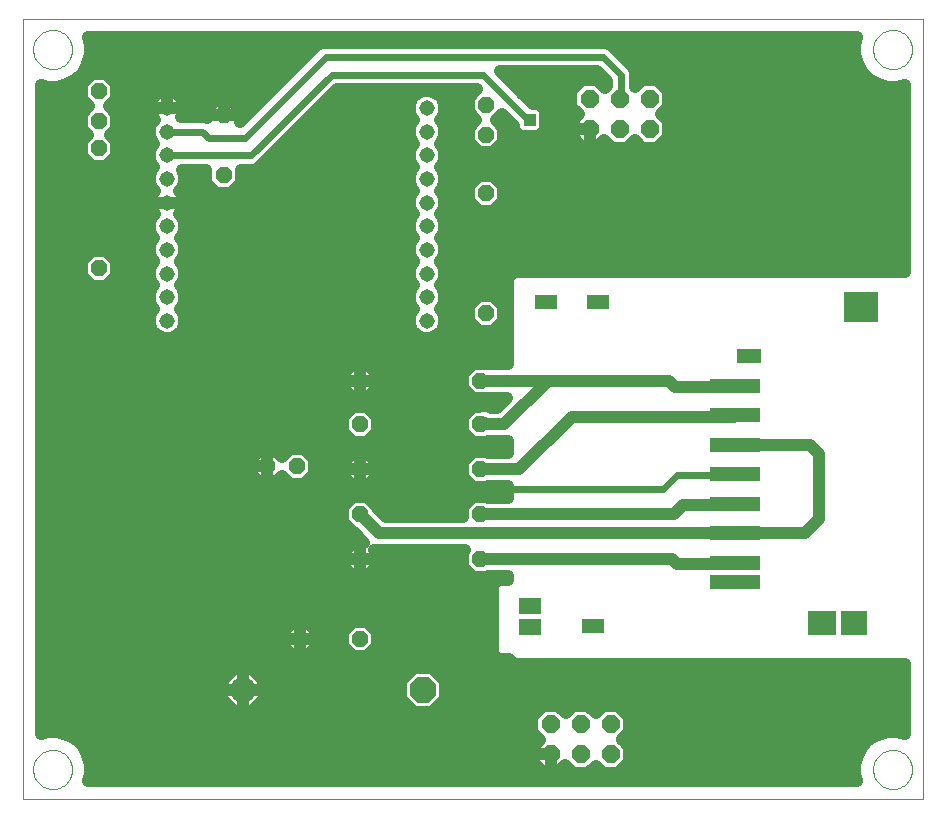
<source format=gtl>
G75*
G70*
%OFA0B0*%
%FSLAX24Y24*%
%IPPOS*%
%LPD*%
%AMOC8*
5,1,8,0,0,1.08239X$1,22.5*
%
%ADD10C,0.0000*%
%ADD11OC8,0.0600*%
%ADD12C,0.0515*%
%ADD13R,0.0866X0.0827*%
%ADD14R,0.0945X0.0827*%
%ADD15R,0.1142X0.1024*%
%ADD16R,0.0748X0.0512*%
%ADD17R,0.0768X0.0551*%
%ADD18R,0.1693X0.0472*%
%ADD19R,0.0787X0.0472*%
%ADD20OC8,0.0520*%
%ADD21C,0.0850*%
%ADD22OC8,0.0850*%
%ADD23C,0.0240*%
%ADD24C,0.0400*%
%ADD25R,0.0396X0.0396*%
D10*
X000302Y000302D02*
X000302Y026302D01*
X030302Y026302D01*
X030302Y000302D01*
X000302Y000302D01*
X000652Y001302D02*
X000654Y001352D01*
X000660Y001402D01*
X000670Y001452D01*
X000683Y001500D01*
X000700Y001548D01*
X000721Y001594D01*
X000745Y001638D01*
X000773Y001680D01*
X000804Y001720D01*
X000838Y001757D01*
X000875Y001792D01*
X000914Y001823D01*
X000955Y001852D01*
X000999Y001877D01*
X001045Y001899D01*
X001092Y001917D01*
X001140Y001931D01*
X001189Y001942D01*
X001239Y001949D01*
X001289Y001952D01*
X001340Y001951D01*
X001390Y001946D01*
X001440Y001937D01*
X001488Y001925D01*
X001536Y001908D01*
X001582Y001888D01*
X001627Y001865D01*
X001670Y001838D01*
X001710Y001808D01*
X001748Y001775D01*
X001783Y001739D01*
X001816Y001700D01*
X001845Y001659D01*
X001871Y001616D01*
X001894Y001571D01*
X001913Y001524D01*
X001928Y001476D01*
X001940Y001427D01*
X001948Y001377D01*
X001952Y001327D01*
X001952Y001277D01*
X001948Y001227D01*
X001940Y001177D01*
X001928Y001128D01*
X001913Y001080D01*
X001894Y001033D01*
X001871Y000988D01*
X001845Y000945D01*
X001816Y000904D01*
X001783Y000865D01*
X001748Y000829D01*
X001710Y000796D01*
X001670Y000766D01*
X001627Y000739D01*
X001582Y000716D01*
X001536Y000696D01*
X001488Y000679D01*
X001440Y000667D01*
X001390Y000658D01*
X001340Y000653D01*
X001289Y000652D01*
X001239Y000655D01*
X001189Y000662D01*
X001140Y000673D01*
X001092Y000687D01*
X001045Y000705D01*
X000999Y000727D01*
X000955Y000752D01*
X000914Y000781D01*
X000875Y000812D01*
X000838Y000847D01*
X000804Y000884D01*
X000773Y000924D01*
X000745Y000966D01*
X000721Y001010D01*
X000700Y001056D01*
X000683Y001104D01*
X000670Y001152D01*
X000660Y001202D01*
X000654Y001252D01*
X000652Y001302D01*
X028652Y001302D02*
X028654Y001352D01*
X028660Y001402D01*
X028670Y001452D01*
X028683Y001500D01*
X028700Y001548D01*
X028721Y001594D01*
X028745Y001638D01*
X028773Y001680D01*
X028804Y001720D01*
X028838Y001757D01*
X028875Y001792D01*
X028914Y001823D01*
X028955Y001852D01*
X028999Y001877D01*
X029045Y001899D01*
X029092Y001917D01*
X029140Y001931D01*
X029189Y001942D01*
X029239Y001949D01*
X029289Y001952D01*
X029340Y001951D01*
X029390Y001946D01*
X029440Y001937D01*
X029488Y001925D01*
X029536Y001908D01*
X029582Y001888D01*
X029627Y001865D01*
X029670Y001838D01*
X029710Y001808D01*
X029748Y001775D01*
X029783Y001739D01*
X029816Y001700D01*
X029845Y001659D01*
X029871Y001616D01*
X029894Y001571D01*
X029913Y001524D01*
X029928Y001476D01*
X029940Y001427D01*
X029948Y001377D01*
X029952Y001327D01*
X029952Y001277D01*
X029948Y001227D01*
X029940Y001177D01*
X029928Y001128D01*
X029913Y001080D01*
X029894Y001033D01*
X029871Y000988D01*
X029845Y000945D01*
X029816Y000904D01*
X029783Y000865D01*
X029748Y000829D01*
X029710Y000796D01*
X029670Y000766D01*
X029627Y000739D01*
X029582Y000716D01*
X029536Y000696D01*
X029488Y000679D01*
X029440Y000667D01*
X029390Y000658D01*
X029340Y000653D01*
X029289Y000652D01*
X029239Y000655D01*
X029189Y000662D01*
X029140Y000673D01*
X029092Y000687D01*
X029045Y000705D01*
X028999Y000727D01*
X028955Y000752D01*
X028914Y000781D01*
X028875Y000812D01*
X028838Y000847D01*
X028804Y000884D01*
X028773Y000924D01*
X028745Y000966D01*
X028721Y001010D01*
X028700Y001056D01*
X028683Y001104D01*
X028670Y001152D01*
X028660Y001202D01*
X028654Y001252D01*
X028652Y001302D01*
X028652Y025302D02*
X028654Y025352D01*
X028660Y025402D01*
X028670Y025452D01*
X028683Y025500D01*
X028700Y025548D01*
X028721Y025594D01*
X028745Y025638D01*
X028773Y025680D01*
X028804Y025720D01*
X028838Y025757D01*
X028875Y025792D01*
X028914Y025823D01*
X028955Y025852D01*
X028999Y025877D01*
X029045Y025899D01*
X029092Y025917D01*
X029140Y025931D01*
X029189Y025942D01*
X029239Y025949D01*
X029289Y025952D01*
X029340Y025951D01*
X029390Y025946D01*
X029440Y025937D01*
X029488Y025925D01*
X029536Y025908D01*
X029582Y025888D01*
X029627Y025865D01*
X029670Y025838D01*
X029710Y025808D01*
X029748Y025775D01*
X029783Y025739D01*
X029816Y025700D01*
X029845Y025659D01*
X029871Y025616D01*
X029894Y025571D01*
X029913Y025524D01*
X029928Y025476D01*
X029940Y025427D01*
X029948Y025377D01*
X029952Y025327D01*
X029952Y025277D01*
X029948Y025227D01*
X029940Y025177D01*
X029928Y025128D01*
X029913Y025080D01*
X029894Y025033D01*
X029871Y024988D01*
X029845Y024945D01*
X029816Y024904D01*
X029783Y024865D01*
X029748Y024829D01*
X029710Y024796D01*
X029670Y024766D01*
X029627Y024739D01*
X029582Y024716D01*
X029536Y024696D01*
X029488Y024679D01*
X029440Y024667D01*
X029390Y024658D01*
X029340Y024653D01*
X029289Y024652D01*
X029239Y024655D01*
X029189Y024662D01*
X029140Y024673D01*
X029092Y024687D01*
X029045Y024705D01*
X028999Y024727D01*
X028955Y024752D01*
X028914Y024781D01*
X028875Y024812D01*
X028838Y024847D01*
X028804Y024884D01*
X028773Y024924D01*
X028745Y024966D01*
X028721Y025010D01*
X028700Y025056D01*
X028683Y025104D01*
X028670Y025152D01*
X028660Y025202D01*
X028654Y025252D01*
X028652Y025302D01*
X000652Y025302D02*
X000654Y025352D01*
X000660Y025402D01*
X000670Y025452D01*
X000683Y025500D01*
X000700Y025548D01*
X000721Y025594D01*
X000745Y025638D01*
X000773Y025680D01*
X000804Y025720D01*
X000838Y025757D01*
X000875Y025792D01*
X000914Y025823D01*
X000955Y025852D01*
X000999Y025877D01*
X001045Y025899D01*
X001092Y025917D01*
X001140Y025931D01*
X001189Y025942D01*
X001239Y025949D01*
X001289Y025952D01*
X001340Y025951D01*
X001390Y025946D01*
X001440Y025937D01*
X001488Y025925D01*
X001536Y025908D01*
X001582Y025888D01*
X001627Y025865D01*
X001670Y025838D01*
X001710Y025808D01*
X001748Y025775D01*
X001783Y025739D01*
X001816Y025700D01*
X001845Y025659D01*
X001871Y025616D01*
X001894Y025571D01*
X001913Y025524D01*
X001928Y025476D01*
X001940Y025427D01*
X001948Y025377D01*
X001952Y025327D01*
X001952Y025277D01*
X001948Y025227D01*
X001940Y025177D01*
X001928Y025128D01*
X001913Y025080D01*
X001894Y025033D01*
X001871Y024988D01*
X001845Y024945D01*
X001816Y024904D01*
X001783Y024865D01*
X001748Y024829D01*
X001710Y024796D01*
X001670Y024766D01*
X001627Y024739D01*
X001582Y024716D01*
X001536Y024696D01*
X001488Y024679D01*
X001440Y024667D01*
X001390Y024658D01*
X001340Y024653D01*
X001289Y024652D01*
X001239Y024655D01*
X001189Y024662D01*
X001140Y024673D01*
X001092Y024687D01*
X001045Y024705D01*
X000999Y024727D01*
X000955Y024752D01*
X000914Y024781D01*
X000875Y024812D01*
X000838Y024847D01*
X000804Y024884D01*
X000773Y024924D01*
X000745Y024966D01*
X000721Y025010D01*
X000700Y025056D01*
X000683Y025104D01*
X000670Y025152D01*
X000660Y025202D01*
X000654Y025252D01*
X000652Y025302D01*
D11*
X019202Y023652D03*
X019202Y022652D03*
X020202Y022652D03*
X020202Y023652D03*
X021202Y023652D03*
X021202Y022652D03*
X019902Y002802D03*
X018902Y002802D03*
X017902Y002802D03*
X017902Y001802D03*
X018902Y001802D03*
X019902Y001802D03*
D12*
X013783Y016259D03*
X013783Y017046D03*
X013783Y017834D03*
X013783Y018621D03*
X013783Y019409D03*
X013783Y020196D03*
X013783Y020983D03*
X013783Y021771D03*
X013783Y022558D03*
X013783Y023346D03*
X005122Y023346D03*
X005122Y022558D03*
X005122Y021771D03*
X005122Y020983D03*
X005122Y020196D03*
X005122Y019409D03*
X005122Y018621D03*
X005122Y017834D03*
X005122Y017046D03*
X005122Y016259D03*
D13*
X028022Y006177D03*
D14*
X026940Y006177D03*
D15*
X028259Y016728D03*
D16*
X019479Y016885D03*
X017767Y016885D03*
X019302Y006098D03*
D17*
X017215Y006059D03*
X017215Y006767D03*
D18*
X024056Y007545D03*
X024056Y008185D03*
X024056Y009169D03*
X024056Y010153D03*
X024056Y011137D03*
X024056Y012122D03*
X024056Y013106D03*
X024056Y014090D03*
D19*
X024509Y015074D03*
D20*
X015752Y016502D03*
X015552Y014252D03*
X015552Y012802D03*
X015552Y011302D03*
X015552Y009802D03*
X015552Y008302D03*
X011552Y008302D03*
X011552Y009802D03*
X011552Y011302D03*
X011552Y012802D03*
X011552Y014252D03*
X009452Y011402D03*
X008452Y011402D03*
X009552Y005652D03*
X011552Y005652D03*
X002852Y018002D03*
X007002Y021102D03*
X007002Y023102D03*
X002852Y022902D03*
X002852Y023902D03*
X002852Y022002D03*
X015752Y022452D03*
X015752Y023452D03*
X015752Y020502D03*
D21*
X007652Y003952D03*
D22*
X013652Y003952D03*
D23*
X014452Y010652D02*
X021652Y010652D01*
X022102Y011102D01*
X024021Y011102D01*
X024056Y011137D01*
X014452Y010652D02*
X013802Y011302D01*
X011552Y011302D01*
X007927Y021777D02*
X005122Y021771D01*
X005122Y022558D02*
X006296Y022558D01*
X006502Y022352D01*
X007702Y022352D01*
X010402Y025052D01*
X019652Y025052D01*
X020252Y024452D01*
X020252Y023702D01*
X020202Y023652D01*
X017202Y022952D02*
X017152Y022952D01*
X015652Y024452D01*
X010602Y024452D01*
X007927Y021777D01*
D24*
X007923Y021297D02*
X007582Y021297D01*
X007582Y020862D01*
X007243Y020522D01*
X006762Y020522D01*
X006422Y020862D01*
X006422Y021294D01*
X005619Y021292D01*
X005699Y021098D01*
X005699Y020869D01*
X005611Y020656D01*
X005530Y020576D01*
X005547Y020559D01*
X005598Y020488D01*
X005638Y020410D01*
X005665Y020327D01*
X005679Y020240D01*
X005679Y020196D01*
X005122Y020196D01*
X005122Y020196D01*
X005679Y020196D01*
X005679Y020152D01*
X005665Y020065D01*
X005638Y019982D01*
X005598Y019904D01*
X005547Y019833D01*
X005530Y019816D01*
X005611Y019736D01*
X005699Y019524D01*
X005699Y019294D01*
X005611Y019082D01*
X005545Y019015D01*
X005611Y018948D01*
X005699Y018736D01*
X005699Y018506D01*
X005611Y018294D01*
X005545Y018228D01*
X005611Y018161D01*
X005699Y017949D01*
X005699Y017719D01*
X005611Y017507D01*
X005545Y017440D01*
X013360Y017440D01*
X013294Y017374D01*
X013206Y017161D01*
X013206Y016932D01*
X013294Y016719D01*
X013360Y016653D01*
X013294Y016586D01*
X013206Y016374D01*
X013206Y016144D01*
X013294Y015932D01*
X013456Y015769D01*
X013668Y015682D01*
X013898Y015682D01*
X014110Y015769D01*
X014273Y015932D01*
X014361Y016144D01*
X014361Y016374D01*
X014273Y016586D01*
X014206Y016653D01*
X014273Y016719D01*
X014361Y016932D01*
X014361Y017161D01*
X014273Y017374D01*
X014206Y017440D01*
X014273Y017507D01*
X014361Y017719D01*
X014361Y017949D01*
X014273Y018161D01*
X014206Y018228D01*
X014273Y018294D01*
X014361Y018506D01*
X014361Y018736D01*
X014273Y018948D01*
X014206Y019015D01*
X014273Y019082D01*
X014361Y019294D01*
X014361Y019524D01*
X014273Y019736D01*
X014206Y019802D01*
X014273Y019869D01*
X014361Y020081D01*
X014361Y020311D01*
X014273Y020523D01*
X014206Y020590D01*
X014273Y020656D01*
X014361Y020869D01*
X014361Y021098D01*
X014273Y021311D01*
X014206Y021377D01*
X014273Y021444D01*
X014361Y021656D01*
X014361Y021886D01*
X014273Y022098D01*
X014206Y022165D01*
X014273Y022231D01*
X014361Y022443D01*
X014361Y022673D01*
X014273Y022885D01*
X014206Y022952D01*
X014273Y023019D01*
X015365Y023019D01*
X015432Y022952D02*
X015172Y022693D01*
X015172Y022212D01*
X015512Y021872D01*
X015993Y021872D01*
X016332Y022212D01*
X016332Y022693D01*
X016073Y022952D01*
X016273Y023153D01*
X016684Y022742D01*
X016684Y022691D01*
X016733Y022573D01*
X016823Y022483D01*
X016941Y022434D01*
X017464Y022434D01*
X017582Y022483D01*
X017672Y022573D01*
X017720Y022691D01*
X017720Y023214D01*
X017672Y023332D01*
X017582Y023422D01*
X017464Y023470D01*
X017313Y023470D01*
X016211Y024572D01*
X019454Y024572D01*
X019772Y024254D01*
X019772Y024099D01*
X019702Y024029D01*
X019459Y024272D01*
X018946Y024272D01*
X018582Y023909D01*
X018582Y023396D01*
X018840Y023138D01*
X018602Y022901D01*
X018602Y022653D01*
X019202Y022653D01*
X019202Y022652D01*
X019203Y022652D01*
X019203Y022052D01*
X019451Y022052D01*
X019688Y022290D01*
X019946Y022032D01*
X020459Y022032D01*
X020702Y022276D01*
X020946Y022032D01*
X021459Y022032D01*
X021822Y022396D01*
X021822Y022909D01*
X021579Y023152D01*
X021822Y023396D01*
X021822Y023909D01*
X021459Y024272D01*
X020946Y024272D01*
X020732Y024059D01*
X020732Y024548D01*
X020659Y024724D01*
X020524Y024859D01*
X020059Y025324D01*
X020059Y025324D01*
X019924Y025459D01*
X019748Y025532D01*
X010307Y025532D01*
X010130Y025459D01*
X009995Y025324D01*
X007562Y022891D01*
X007562Y023102D01*
X007003Y023102D01*
X007003Y023103D01*
X007002Y023103D01*
X007002Y023662D01*
X006770Y023662D01*
X006442Y023334D01*
X006442Y023103D01*
X007002Y023103D01*
X007002Y023102D01*
X006442Y023102D01*
X006442Y023017D01*
X006392Y023038D01*
X006201Y023038D01*
X005587Y023038D01*
X005598Y023053D01*
X005638Y023132D01*
X005665Y023215D01*
X005679Y023302D01*
X005679Y023345D01*
X005122Y023345D01*
X005122Y023346D01*
X005679Y023346D01*
X005679Y023390D01*
X005665Y023476D01*
X005638Y023560D01*
X005598Y023638D01*
X005547Y023709D01*
X005485Y023771D01*
X005414Y023822D01*
X005336Y023862D01*
X005252Y023889D01*
X005166Y023903D01*
X005122Y023903D01*
X005122Y023346D01*
X005121Y023346D01*
X005121Y023345D01*
X004564Y023345D01*
X004564Y023302D01*
X004578Y023215D01*
X004605Y023132D01*
X004645Y023053D01*
X004696Y022982D01*
X004713Y022966D01*
X004632Y022885D01*
X004544Y022673D01*
X004544Y022443D01*
X004632Y022231D01*
X004699Y022165D01*
X004632Y022098D01*
X004544Y021886D01*
X004544Y021656D01*
X004632Y021444D01*
X004699Y021377D01*
X004632Y021311D01*
X004544Y021098D01*
X004544Y020869D01*
X004632Y020656D01*
X004713Y020576D01*
X004696Y020559D01*
X004645Y020488D01*
X004605Y020410D01*
X004578Y020327D01*
X004564Y020240D01*
X004564Y020196D01*
X004564Y020152D01*
X004578Y020065D01*
X004605Y019982D01*
X004645Y019904D01*
X004696Y019833D01*
X004713Y019816D01*
X004632Y019736D01*
X004544Y019524D01*
X004544Y019294D01*
X004632Y019082D01*
X004699Y019015D01*
X004632Y018948D01*
X004544Y018736D01*
X004544Y018506D01*
X004632Y018294D01*
X004699Y018228D01*
X004632Y018161D01*
X004544Y017949D01*
X004544Y017719D01*
X004632Y017507D01*
X004699Y017440D01*
X004632Y017374D01*
X004544Y017161D01*
X004544Y016932D01*
X004632Y016719D01*
X004699Y016653D01*
X004632Y016586D01*
X004544Y016374D01*
X004544Y016144D01*
X004632Y015932D01*
X004795Y015769D01*
X005007Y015682D01*
X005236Y015682D01*
X005449Y015769D01*
X005611Y015932D01*
X005699Y016144D01*
X005699Y016374D01*
X005611Y016586D01*
X005545Y016653D01*
X005611Y016719D01*
X005699Y016932D01*
X005699Y017161D01*
X005611Y017374D01*
X005545Y017440D01*
X005699Y017041D02*
X013206Y017041D01*
X013360Y017440D02*
X013294Y017507D01*
X013206Y017719D01*
X013206Y017949D01*
X013294Y018161D01*
X013360Y018228D01*
X013294Y018294D01*
X013206Y018506D01*
X013206Y018736D01*
X013294Y018948D01*
X013360Y019015D01*
X013294Y019082D01*
X013206Y019294D01*
X013206Y019524D01*
X013294Y019736D01*
X013360Y019802D01*
X013294Y019869D01*
X013206Y020081D01*
X013206Y020311D01*
X013294Y020523D01*
X013360Y020590D01*
X013294Y020656D01*
X013206Y020869D01*
X013206Y021098D01*
X013294Y021311D01*
X013360Y021377D01*
X013294Y021444D01*
X013206Y021656D01*
X013206Y021886D01*
X013294Y022098D01*
X013360Y022165D01*
X013294Y022231D01*
X013206Y022443D01*
X013206Y022673D01*
X013294Y022885D01*
X013360Y022952D01*
X013294Y023019D01*
X013206Y023231D01*
X013206Y023461D01*
X013294Y023673D01*
X013456Y023835D01*
X013668Y023923D01*
X013898Y023923D01*
X014110Y023835D01*
X014273Y023673D01*
X014361Y023461D01*
X014361Y023231D01*
X014273Y023019D01*
X014361Y022621D02*
X015172Y022621D01*
X015432Y022952D02*
X015172Y023212D01*
X015172Y023693D01*
X015452Y023972D01*
X010801Y023972D01*
X008268Y021439D01*
X008200Y021371D01*
X008200Y021371D01*
X008199Y021370D01*
X008109Y021333D01*
X008024Y021298D01*
X008023Y021298D01*
X008023Y021297D01*
X007923Y021297D01*
X008254Y021425D02*
X013312Y021425D01*
X013206Y021027D02*
X007582Y021027D01*
X007348Y020628D02*
X013322Y020628D01*
X013206Y020230D02*
X005679Y020230D01*
X005583Y020628D02*
X006656Y020628D01*
X006422Y021027D02*
X005699Y021027D01*
X004660Y020628D02*
X000902Y020628D01*
X000902Y020230D02*
X004564Y020230D01*
X004564Y020196D02*
X005121Y020196D01*
X004564Y020196D01*
X004698Y019831D02*
X000902Y019831D01*
X000902Y019432D02*
X004544Y019432D01*
X004680Y019034D02*
X000902Y019034D01*
X000902Y018635D02*
X004544Y018635D01*
X004689Y018237D02*
X003432Y018237D01*
X003432Y018243D02*
X003093Y018582D01*
X002612Y018582D01*
X002272Y018243D01*
X002272Y017762D01*
X002612Y017422D01*
X003093Y017422D01*
X003432Y017762D01*
X003432Y018243D01*
X003432Y017838D02*
X004544Y017838D01*
X004698Y017440D02*
X003110Y017440D01*
X002595Y017440D02*
X000902Y017440D01*
X000902Y017041D02*
X004544Y017041D01*
X004689Y016643D02*
X000902Y016643D01*
X000902Y016244D02*
X004544Y016244D01*
X004718Y015846D02*
X000902Y015846D01*
X000902Y015447D02*
X016482Y015447D01*
X016482Y015846D02*
X014186Y015846D01*
X014361Y016244D02*
X015190Y016244D01*
X015172Y016262D02*
X015512Y015922D01*
X015993Y015922D01*
X016332Y016262D01*
X016332Y016743D01*
X015993Y017082D01*
X015512Y017082D01*
X015172Y016743D01*
X015172Y016262D01*
X015172Y016643D02*
X014216Y016643D01*
X014361Y017041D02*
X015471Y017041D01*
X016034Y017041D02*
X016482Y017041D01*
X016482Y017440D02*
X014206Y017440D01*
X014361Y017838D02*
X016656Y017838D01*
X016621Y017824D02*
X016531Y017734D01*
X016482Y017616D01*
X016482Y014812D01*
X015813Y014812D01*
X015793Y014832D01*
X015312Y014832D01*
X014972Y014493D01*
X014972Y014012D01*
X015312Y013672D01*
X015793Y013672D01*
X015813Y013692D01*
X016450Y013692D01*
X016120Y013362D01*
X015934Y013362D01*
X015814Y013412D01*
X015591Y013412D01*
X015519Y013382D01*
X015312Y013382D01*
X014972Y013043D01*
X014972Y012562D01*
X015312Y012222D01*
X015793Y012222D01*
X015813Y012242D01*
X016241Y012242D01*
X016464Y012242D01*
X016482Y012250D01*
X016482Y011862D01*
X015813Y011862D01*
X015793Y011882D01*
X015312Y011882D01*
X014972Y011543D01*
X014972Y011062D01*
X015312Y010722D01*
X015793Y010722D01*
X015813Y010742D01*
X016482Y010742D01*
X016482Y010362D01*
X015813Y010362D01*
X015793Y010382D01*
X015312Y010382D01*
X014972Y010043D01*
X014972Y009729D01*
X012418Y009729D01*
X012132Y010014D01*
X012132Y010043D01*
X011793Y010382D01*
X011312Y010382D01*
X010972Y010043D01*
X010972Y009562D01*
X011312Y009222D01*
X011340Y009222D01*
X011700Y008862D01*
X011553Y008862D01*
X011553Y008303D01*
X012112Y008303D01*
X012112Y008534D01*
X012012Y008635D01*
X012074Y008609D01*
X012297Y008609D01*
X015039Y008609D01*
X014972Y008543D01*
X014972Y008062D01*
X015312Y007722D01*
X015793Y007722D01*
X015813Y007742D01*
X016482Y007742D01*
X016482Y007622D01*
X016239Y007622D01*
X016121Y007574D01*
X016031Y007484D01*
X015982Y007366D01*
X015982Y005239D01*
X016031Y005121D01*
X016121Y005031D01*
X016239Y004982D01*
X016526Y004982D01*
X016531Y004971D01*
X016621Y004881D01*
X016739Y004832D01*
X029702Y004832D01*
X029702Y002489D01*
X029467Y002552D01*
X029138Y002552D01*
X028820Y002467D01*
X028535Y002303D01*
X028302Y002070D01*
X028138Y001785D01*
X028052Y001467D01*
X028052Y001138D01*
X028115Y000902D01*
X002489Y000902D01*
X002552Y001138D01*
X002552Y001467D01*
X002467Y001785D01*
X002303Y002070D01*
X002070Y002303D01*
X001785Y002467D01*
X001467Y002552D01*
X001138Y002552D01*
X000902Y002489D01*
X000902Y024115D01*
X001138Y024052D01*
X001467Y024052D01*
X001785Y024138D01*
X002070Y024302D01*
X002303Y024535D01*
X002467Y024820D01*
X002552Y025138D01*
X002552Y025467D01*
X002489Y025702D01*
X028115Y025702D01*
X028052Y025467D01*
X028052Y025138D01*
X028138Y024820D01*
X028302Y024535D01*
X028535Y024302D01*
X028820Y024138D01*
X029138Y024052D01*
X029467Y024052D01*
X029702Y024115D01*
X029702Y017872D01*
X016739Y017872D01*
X016621Y017824D01*
X016482Y016643D02*
X016332Y016643D01*
X016314Y016244D02*
X016482Y016244D01*
X016482Y015048D02*
X000902Y015048D01*
X000902Y014650D02*
X011158Y014650D01*
X011320Y014812D02*
X010992Y014484D01*
X010992Y014253D01*
X011552Y014253D01*
X011552Y014812D01*
X011320Y014812D01*
X011553Y014812D02*
X011784Y014812D01*
X012112Y014484D01*
X012112Y014253D01*
X011553Y014253D01*
X011553Y014252D01*
X012112Y014252D01*
X012112Y014020D01*
X011784Y013692D01*
X011553Y013692D01*
X011553Y014252D01*
X011552Y014252D01*
X011552Y013692D01*
X011320Y013692D01*
X010992Y014020D01*
X010992Y014252D01*
X011552Y014252D01*
X011552Y014253D01*
X011553Y014253D01*
X011553Y014812D01*
X011552Y014650D02*
X011553Y014650D01*
X011947Y014650D02*
X015130Y014650D01*
X014972Y014251D02*
X012112Y014251D01*
X011945Y013853D02*
X015132Y013853D01*
X015552Y014252D02*
X017802Y014252D01*
X016352Y012802D01*
X015652Y012802D01*
X015702Y012852D01*
X015652Y012802D02*
X015552Y012802D01*
X014972Y012657D02*
X012132Y012657D01*
X012132Y012562D02*
X011793Y012222D01*
X011312Y012222D01*
X010972Y012562D01*
X010972Y013043D01*
X011312Y013382D01*
X011793Y013382D01*
X012132Y013043D01*
X012132Y012562D01*
X011829Y012259D02*
X015276Y012259D01*
X015290Y011860D02*
X011786Y011860D01*
X011784Y011862D02*
X011553Y011862D01*
X011553Y011303D01*
X012112Y011303D01*
X012112Y011534D01*
X011784Y011862D01*
X011553Y011860D02*
X011552Y011860D01*
X011552Y011862D02*
X011320Y011862D01*
X010992Y011534D01*
X010992Y011303D01*
X011552Y011303D01*
X011552Y011862D01*
X011318Y011860D02*
X009815Y011860D01*
X009693Y011982D02*
X009212Y011982D01*
X008938Y011708D01*
X008684Y011962D01*
X008453Y011962D01*
X008453Y011403D01*
X008452Y011403D01*
X008452Y011962D01*
X008220Y011962D01*
X007892Y011634D01*
X007892Y011403D01*
X008452Y011403D01*
X008452Y011402D01*
X008453Y011402D01*
X008453Y010842D01*
X008684Y010842D01*
X008938Y011096D01*
X009212Y010822D01*
X009693Y010822D01*
X010032Y011162D01*
X010032Y011643D01*
X009693Y011982D01*
X009090Y011860D02*
X008786Y011860D01*
X008453Y011860D02*
X008452Y011860D01*
X008118Y011860D02*
X000902Y011860D01*
X000902Y011462D02*
X007892Y011462D01*
X007892Y011402D02*
X007892Y011170D01*
X008220Y010842D01*
X008452Y010842D01*
X008452Y011402D01*
X007892Y011402D01*
X008000Y011063D02*
X000902Y011063D01*
X000902Y010664D02*
X016482Y010664D01*
X016852Y011302D02*
X018602Y013052D01*
X024002Y013052D01*
X024056Y013106D01*
X024018Y014052D02*
X024056Y014090D01*
X024018Y014052D02*
X022052Y014052D01*
X021852Y014252D01*
X017802Y014252D01*
X016212Y013454D02*
X000902Y013454D01*
X000902Y013056D02*
X010986Y013056D01*
X010972Y012657D02*
X000902Y012657D01*
X000902Y012259D02*
X011276Y012259D01*
X011552Y011462D02*
X011553Y011462D01*
X011553Y011303D02*
X011552Y011303D01*
X011552Y011302D01*
X011553Y011302D01*
X011553Y011303D01*
X011553Y011302D02*
X012112Y011302D01*
X012112Y011070D01*
X011784Y010742D01*
X011553Y010742D01*
X011553Y011302D01*
X011552Y011302D02*
X011552Y010742D01*
X011320Y010742D01*
X010992Y011070D01*
X010992Y011302D01*
X011552Y011302D01*
X011552Y011063D02*
X011553Y011063D01*
X012105Y011063D02*
X014972Y011063D01*
X014972Y011462D02*
X012112Y011462D01*
X010992Y011462D02*
X010032Y011462D01*
X009933Y011063D02*
X011000Y011063D01*
X011196Y010266D02*
X000902Y010266D01*
X000902Y009867D02*
X010972Y009867D01*
X011066Y009469D02*
X000902Y009469D01*
X000902Y009070D02*
X011492Y009070D01*
X011552Y008862D02*
X011320Y008862D01*
X010992Y008534D01*
X010992Y008303D01*
X011552Y008303D01*
X011552Y008862D01*
X011552Y008672D02*
X011553Y008672D01*
X011553Y008303D02*
X011552Y008303D01*
X011552Y008302D01*
X011553Y008302D01*
X011553Y008303D01*
X011553Y008302D02*
X012112Y008302D01*
X012112Y008070D01*
X011784Y007742D01*
X011553Y007742D01*
X011553Y008302D01*
X011552Y008302D02*
X011552Y007742D01*
X011320Y007742D01*
X010992Y008070D01*
X010992Y008302D01*
X011552Y008302D01*
X011552Y008273D02*
X011553Y008273D01*
X012112Y008273D02*
X014972Y008273D01*
X015160Y007875D02*
X011917Y007875D01*
X011553Y007875D02*
X011552Y007875D01*
X011188Y007875D02*
X000902Y007875D01*
X000902Y007476D02*
X016028Y007476D01*
X015982Y007078D02*
X000902Y007078D01*
X000902Y006679D02*
X015982Y006679D01*
X015982Y006281D02*
X000902Y006281D01*
X000902Y005882D02*
X008992Y005882D01*
X008992Y005884D02*
X008992Y005653D01*
X009552Y005653D01*
X009552Y006212D01*
X009320Y006212D01*
X008992Y005884D01*
X008992Y005652D02*
X008992Y005420D01*
X009320Y005092D01*
X009552Y005092D01*
X009552Y005652D01*
X009553Y005652D01*
X009553Y005653D01*
X010112Y005653D01*
X010112Y005884D01*
X009784Y006212D01*
X009553Y006212D01*
X009553Y005653D01*
X009552Y005653D01*
X009552Y005652D01*
X008992Y005652D01*
X008992Y005483D02*
X000902Y005483D01*
X000902Y005085D02*
X011300Y005085D01*
X011312Y005072D02*
X011793Y005072D01*
X012132Y005412D01*
X012132Y005893D01*
X011793Y006232D01*
X011312Y006232D01*
X010972Y005893D01*
X010972Y005412D01*
X011312Y005072D01*
X011805Y005085D02*
X016067Y005085D01*
X015982Y005483D02*
X012132Y005483D01*
X012132Y005882D02*
X015982Y005882D01*
X014370Y004288D02*
X029702Y004288D01*
X029702Y004686D02*
X013972Y004686D01*
X013961Y004697D02*
X013344Y004697D01*
X012907Y004261D01*
X012907Y003644D01*
X013344Y003207D01*
X013961Y003207D01*
X014397Y003644D01*
X014397Y004261D01*
X013961Y004697D01*
X013333Y004686D02*
X000902Y004686D01*
X000902Y004288D02*
X007009Y004288D01*
X007001Y004274D02*
X006964Y004186D01*
X006940Y004094D01*
X006927Y004000D01*
X006927Y003953D01*
X007652Y003953D01*
X007652Y004677D01*
X007605Y004677D01*
X007511Y004665D01*
X007419Y004640D01*
X007331Y004604D01*
X007249Y004556D01*
X007173Y004499D01*
X007106Y004431D01*
X007048Y004356D01*
X007001Y004274D01*
X006927Y003952D02*
X006927Y003905D01*
X006940Y003811D01*
X006964Y003719D01*
X007001Y003631D01*
X007048Y003549D01*
X007106Y003473D01*
X007173Y003406D01*
X007249Y003348D01*
X007331Y003301D01*
X007419Y003264D01*
X007511Y003240D01*
X007605Y003227D01*
X007652Y003227D01*
X007652Y003952D01*
X007653Y003952D01*
X007653Y003953D01*
X008377Y003953D01*
X008377Y004000D01*
X008365Y004094D01*
X008340Y004186D01*
X008304Y004274D01*
X008256Y004356D01*
X008199Y004431D01*
X008131Y004499D01*
X008056Y004556D01*
X007974Y004604D01*
X007886Y004640D01*
X007794Y004665D01*
X007700Y004677D01*
X007653Y004677D01*
X007653Y003953D01*
X007652Y003953D01*
X007652Y003952D01*
X006927Y003952D01*
X006929Y003889D02*
X000902Y003889D01*
X000902Y003491D02*
X007093Y003491D01*
X007652Y003491D02*
X007653Y003491D01*
X007653Y003227D02*
X007700Y003227D01*
X007794Y003240D01*
X007886Y003264D01*
X007974Y003301D01*
X008056Y003348D01*
X008131Y003406D01*
X008199Y003473D01*
X008256Y003549D01*
X008304Y003631D01*
X008340Y003719D01*
X008365Y003811D01*
X008377Y003905D01*
X008377Y003952D01*
X007653Y003952D01*
X007653Y003227D01*
X008212Y003491D02*
X013060Y003491D01*
X012907Y003889D02*
X008375Y003889D01*
X008296Y004288D02*
X012934Y004288D01*
X014397Y003889D02*
X029702Y003889D01*
X029702Y003491D02*
X014244Y003491D01*
X017282Y003059D02*
X017282Y002546D01*
X017540Y002288D01*
X017302Y002051D01*
X017302Y001803D01*
X017902Y001803D01*
X017902Y001802D01*
X017903Y001802D01*
X017903Y001202D01*
X018151Y001202D01*
X018388Y001440D01*
X018646Y001182D01*
X019159Y001182D01*
X019402Y001426D01*
X019646Y001182D01*
X020159Y001182D01*
X020522Y001546D01*
X020522Y002059D01*
X020279Y002302D01*
X020522Y002546D01*
X020522Y003059D01*
X020159Y003422D01*
X019646Y003422D01*
X019402Y003179D01*
X019159Y003422D01*
X018646Y003422D01*
X018402Y003179D01*
X018159Y003422D01*
X017646Y003422D01*
X017282Y003059D01*
X017315Y003092D02*
X000902Y003092D01*
X000902Y002694D02*
X017282Y002694D01*
X017533Y002295D02*
X002077Y002295D01*
X002403Y001897D02*
X017302Y001897D01*
X017302Y001802D02*
X017302Y001554D01*
X017654Y001202D01*
X017902Y001202D01*
X017902Y001802D01*
X017302Y001802D01*
X017358Y001498D02*
X002544Y001498D01*
X002542Y001099D02*
X028063Y001099D01*
X028061Y001498D02*
X020475Y001498D01*
X020522Y001897D02*
X028202Y001897D01*
X028527Y002295D02*
X020286Y002295D01*
X020522Y002694D02*
X029702Y002694D01*
X029702Y003092D02*
X020489Y003092D01*
X017903Y001498D02*
X017902Y001498D01*
X010972Y005483D02*
X010112Y005483D01*
X010112Y005420D02*
X010112Y005652D01*
X009553Y005652D01*
X009553Y005092D01*
X009784Y005092D01*
X010112Y005420D01*
X009553Y005483D02*
X009552Y005483D01*
X009552Y005882D02*
X009553Y005882D01*
X010112Y005882D02*
X010972Y005882D01*
X010992Y008273D02*
X000902Y008273D01*
X000902Y008672D02*
X011130Y008672D01*
X012186Y009169D02*
X011552Y009802D01*
X011909Y010266D02*
X015196Y010266D01*
X014972Y009867D02*
X012279Y009867D01*
X012186Y009169D02*
X024056Y009169D01*
X026369Y009169D01*
X026852Y009652D01*
X026852Y011802D01*
X026552Y012102D01*
X024075Y012102D01*
X024056Y012122D01*
X024056Y010153D02*
X024005Y010102D01*
X022302Y010102D01*
X022002Y009802D01*
X015552Y009802D01*
X015552Y008302D02*
X021952Y008302D01*
X022102Y008152D01*
X024024Y008152D01*
X024056Y008185D01*
X016852Y011302D02*
X015552Y011302D01*
X014986Y013056D02*
X012119Y013056D01*
X011553Y013853D02*
X011552Y013853D01*
X011160Y013853D02*
X000902Y013853D01*
X000902Y014251D02*
X010992Y014251D01*
X011552Y014251D02*
X011553Y014251D01*
X013380Y015846D02*
X005525Y015846D01*
X005699Y016244D02*
X013206Y016244D01*
X013350Y016643D02*
X005555Y016643D01*
X005699Y017838D02*
X013206Y017838D01*
X013351Y018237D02*
X005554Y018237D01*
X005699Y018635D02*
X013206Y018635D01*
X013341Y019034D02*
X005564Y019034D01*
X005699Y019432D02*
X013206Y019432D01*
X013331Y019831D02*
X005545Y019831D01*
X005121Y020196D02*
X005121Y020196D01*
X004544Y021027D02*
X000902Y021027D01*
X000902Y021425D02*
X002609Y021425D01*
X002612Y021422D02*
X003093Y021422D01*
X003432Y021762D01*
X003432Y022243D01*
X003223Y022452D01*
X003432Y022662D01*
X003432Y023143D01*
X003173Y023402D01*
X003432Y023662D01*
X003432Y024143D01*
X003093Y024482D01*
X002612Y024482D01*
X002272Y024143D01*
X002272Y023662D01*
X002532Y023402D01*
X002272Y023143D01*
X002272Y022662D01*
X002482Y022452D01*
X002272Y022243D01*
X002272Y021762D01*
X002612Y021422D01*
X003095Y021425D02*
X004651Y021425D01*
X004544Y021824D02*
X003432Y021824D01*
X003432Y022222D02*
X004641Y022222D01*
X004544Y022621D02*
X003391Y022621D01*
X003432Y023019D02*
X004670Y023019D01*
X004564Y023346D02*
X005121Y023346D01*
X005121Y023903D01*
X005078Y023903D01*
X004991Y023889D01*
X004908Y023862D01*
X004829Y023822D01*
X004758Y023771D01*
X004696Y023709D01*
X004645Y023638D01*
X004605Y023560D01*
X004578Y023476D01*
X004564Y023390D01*
X004564Y023346D01*
X004569Y023418D02*
X003188Y023418D01*
X003432Y023816D02*
X004821Y023816D01*
X005121Y023816D02*
X005122Y023816D01*
X005422Y023816D02*
X008488Y023816D01*
X008089Y023418D02*
X007479Y023418D01*
X007562Y023334D02*
X007234Y023662D01*
X007003Y023662D01*
X007003Y023103D01*
X007562Y023103D01*
X007562Y023334D01*
X007562Y023019D02*
X007691Y023019D01*
X007003Y023418D02*
X007002Y023418D01*
X006526Y023418D02*
X005675Y023418D01*
X005122Y023418D02*
X005121Y023418D01*
X006438Y023019D02*
X006442Y023019D01*
X008653Y021824D02*
X013206Y021824D01*
X013302Y022222D02*
X009051Y022222D01*
X009450Y022621D02*
X013206Y022621D01*
X013293Y023019D02*
X009848Y023019D01*
X010247Y023418D02*
X013206Y023418D01*
X013437Y023816D02*
X010645Y023816D01*
X009285Y024614D02*
X002348Y024614D01*
X002345Y024215D02*
X001919Y024215D01*
X002272Y023816D02*
X000902Y023816D01*
X000902Y023418D02*
X002517Y023418D01*
X002272Y023019D02*
X000902Y023019D01*
X000902Y022621D02*
X002314Y022621D01*
X002272Y022222D02*
X000902Y022222D01*
X000902Y021824D02*
X002272Y021824D01*
X003360Y024215D02*
X008886Y024215D01*
X009683Y025012D02*
X002519Y025012D01*
X002552Y025411D02*
X010082Y025411D01*
X014129Y023816D02*
X015296Y023816D01*
X015172Y023418D02*
X014361Y023418D01*
X014264Y022222D02*
X015172Y022222D01*
X014361Y021824D02*
X029702Y021824D01*
X029702Y022222D02*
X021649Y022222D01*
X021822Y022621D02*
X029702Y022621D01*
X029702Y023019D02*
X021712Y023019D01*
X021822Y023418D02*
X029702Y023418D01*
X029702Y023816D02*
X021822Y023816D01*
X021516Y024215D02*
X028686Y024215D01*
X028257Y024614D02*
X020705Y024614D01*
X020524Y024859D02*
X020524Y024859D01*
X020371Y025012D02*
X028086Y025012D01*
X028052Y025411D02*
X019973Y025411D01*
X019772Y024215D02*
X019516Y024215D01*
X018888Y024215D02*
X016569Y024215D01*
X016967Y023816D02*
X018582Y023816D01*
X018582Y023418D02*
X017586Y023418D01*
X017720Y023019D02*
X018721Y023019D01*
X018602Y022652D02*
X018602Y022404D01*
X018954Y022052D01*
X019202Y022052D01*
X019202Y022652D01*
X018602Y022652D01*
X018602Y022621D02*
X017692Y022621D01*
X016713Y022621D02*
X016332Y022621D01*
X016407Y023019D02*
X016139Y023019D01*
X016332Y022222D02*
X018784Y022222D01*
X019202Y022222D02*
X019203Y022222D01*
X019621Y022222D02*
X019756Y022222D01*
X019203Y022621D02*
X019202Y022621D01*
X020649Y022222D02*
X020756Y022222D01*
X020732Y024215D02*
X020888Y024215D01*
X016332Y020743D02*
X015993Y021082D01*
X015512Y021082D01*
X015172Y020743D01*
X015172Y020262D01*
X015512Y019922D01*
X015993Y019922D01*
X016332Y020262D01*
X016332Y020743D01*
X016332Y020628D02*
X029702Y020628D01*
X029702Y020230D02*
X016300Y020230D01*
X016048Y021027D02*
X029702Y021027D01*
X029702Y021425D02*
X014254Y021425D01*
X014361Y021027D02*
X015456Y021027D01*
X015172Y020628D02*
X014244Y020628D01*
X014361Y020230D02*
X015205Y020230D01*
X014235Y019831D02*
X029702Y019831D01*
X029702Y019432D02*
X014361Y019432D01*
X014225Y019034D02*
X029702Y019034D01*
X029702Y018635D02*
X014361Y018635D01*
X014215Y018237D02*
X029702Y018237D01*
X008971Y011063D02*
X008905Y011063D01*
X008453Y011063D02*
X008452Y011063D01*
X008452Y011462D02*
X008453Y011462D01*
X002272Y017838D02*
X000902Y017838D01*
X000902Y018237D02*
X002272Y018237D01*
X007652Y004288D02*
X007653Y004288D01*
X007652Y003889D02*
X007653Y003889D01*
D25*
X017202Y022952D03*
M02*

</source>
